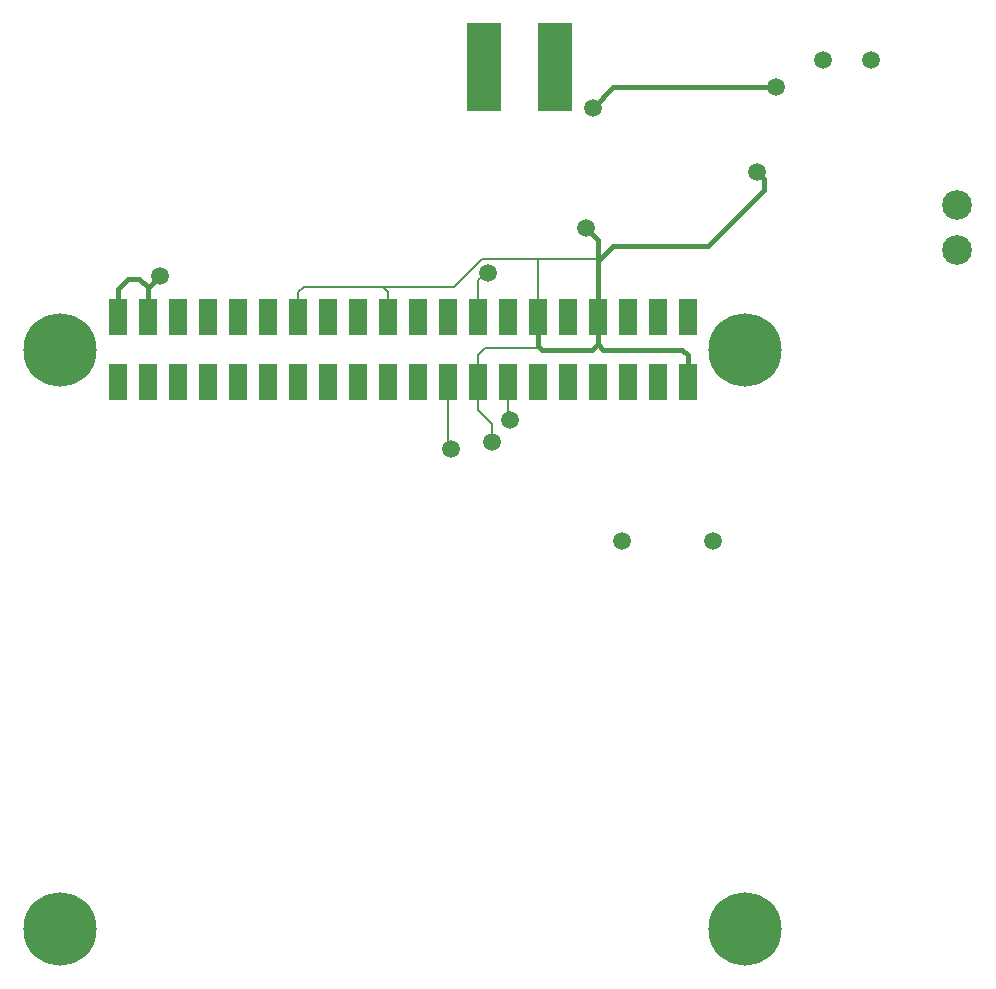
<source format=gbl>
G04 project-name*
%FSLAX35Y35*%
%MOMM*%
G04 P.L1.1(1)*
%LPD*%
%ADD10R,3X7.5*%
D10*
X3963301Y18789891D02*
D03*

G04 P.L1.2(2)*
%LPD*%
D10*
X4563302Y18789891D02*
D03*

G04 cn2.GND(1)*
%LPD*%
%ADD11C,2.52*%
D11*
X7970945Y17623353D02*
D03*

G04 cn2.Vin(2)*
%LPD*%
D11*
X7970945Y17242353D02*
D03*

G04 undefined.(undefined)*
%LPD*%
%ADD12C,1.5*%
D12*
X4828637Y17428871D02*
D03*

%ADD13C,0.4*%
%LPD*%
D13*
X4928955Y16665542D02*
G01*
X4928955Y17328552D01*
X4828637Y17428871D01*
G04 undefined.(undefined)*
%LPD*%
D12*
X6275902Y17902415D02*
D03*


%LPD*%
D13*
X4928955Y16665542D02*
G01*
X4928955Y17153424D01*
X5057111Y17281579D01*
X5862243Y17281579D01*
X6335267Y17754604D01*
X6335267Y17843049D01*
X6275902Y17902415D01*
G04 undefined.(undefined)*
%LPD*%
D12*
X1219678Y17021682D02*
D03*


%LPD*%
D13*
X1118955Y16665542D02*
G01*
X1118955Y16920959D01*
X1219678Y17021682D01*

%LPD*%
D13*
X4420955Y16665542D02*
G01*
X4420955Y16432415D01*
X4454959Y16398412D01*
X4878246Y16398412D01*
X4928955Y16449121D01*
X4928955Y16665542D01*

%LPD*%
D13*
X864955Y16665542D02*
G01*
X864955Y16913194D01*
X954541Y17002780D01*
X1047413Y17002780D01*
X1118955Y16931237D01*
X1118955Y16665542D01*
G04 undefined.(undefined)*
%LPD*%
D12*
X6440756Y18623119D02*
D03*

G04 undefined.(undefined)*
%LPD*%
D12*
X4885056Y18450042D02*
D03*


%LPD*%
D13*
X6440756Y18623119D02*
G01*
X5058132Y18623119D01*
X4885056Y18450042D01*

%LPD*%
D13*
X5690955Y16135542D02*
G01*
X5690955Y16353408D01*
X5644688Y16399676D01*
X4974763Y16399676D01*
X4928955Y16445484D01*
X4928955Y16665542D01*
G04 undefined.(undefined)*
%LPD*%
D12*
X4186715Y15807812D02*
D03*

%ADD14C,0.2*%
%LPD*%
D14*
X4186715Y15807812D02*
G01*
X4186715Y15860364D01*
X4166955Y15880124D01*
X4166955Y16135542D01*
G04 undefined.(undefined)*
%LPD*%
D12*
X3996034Y17045917D02*
D03*


%LPD*%
D14*
X3996034Y17045917D02*
G01*
X3912955Y16987663D01*
X3912955Y16665542D01*

%LPD*%
D14*
X2388955Y16675542D02*
G01*
X2388955Y16885249D01*
X2438090Y16934384D01*
X3108092Y16934384D01*
X3150955Y16891521D01*
X3150955Y16675542D01*

%LPD*%
D14*
X3108092Y16934384D02*
G01*
X3709130Y16934384D01*
X3945505Y17170759D01*
X4920805Y17170759D01*
X4931685Y17159879D01*

%LPD*%
D14*
X4420955Y16675542D02*
G01*
X4420955Y17170808D01*
X4419081Y17172682D01*

%LPD*%
D14*
X3912955Y16125542D02*
G01*
X3912955Y16353960D01*
X3971900Y16412905D01*
X4451261Y16412905D01*
X4465588Y16398578D01*
G04 undefined.(undefined)*
%LPD*%
D12*
X4030561Y15617759D02*
D03*


%LPD*%
D14*
X4030561Y15617759D02*
G01*
X4030561Y15770223D01*
X3912955Y15887829D01*
X3912955Y16125542D01*
G04 undefined.(undefined)*
%LPD*%
D12*
X3687946Y15556985D02*
D03*


%LPD*%
D14*
X3658955Y16125542D02*
G01*
X3658955Y15585975D01*
X3687946Y15556985D01*
G04 beep.b.c(1)*
%LPD*%
D12*
X5136988Y14780092D02*
D03*

G04 beep.b.a(2)*
%LPD*%
D12*
X5906988Y14780092D02*
D03*

G04 rpi.3v3(1)*
%LPD*%
%ADD15R,1.5X3.1*%
D15*
X864955Y16125542D02*
D03*

G04 rpi.2(3)*
%LPD*%
D15*
X1118955Y16125542D02*
D03*

G04 rpi.3(5)*
%LPD*%
D15*
X1372955Y16125542D02*
D03*

G04 rpi.4(7)*
%LPD*%
D15*
X1626955Y16125542D02*
D03*

G04 rpi.gnd1(9)*
%LPD*%
D15*
X1880955Y16125542D02*
D03*

G04 rpi.17(11)*
%LPD*%
D15*
X2134955Y16125542D02*
D03*

G04 rpi.27(13)*
%LPD*%
D15*
X2388955Y16125542D02*
D03*

G04 rpi.22(15)*
%LPD*%
D15*
X2642955Y16125542D02*
D03*

G04 rpi.3v3(17)*
%LPD*%
D15*
X2896955Y16125542D02*
D03*

G04 rpi.10(19)*
%LPD*%
D15*
X3150955Y16125542D02*
D03*

G04 rpi.9(21)*
%LPD*%
D15*
X3404955Y16125542D02*
D03*

G04 rpi.11(23)*
%LPD*%
D15*
X3658955Y16125542D02*
D03*

G04 rpi.gnd2(25)*
%LPD*%
D15*
X3912955Y16125542D02*
D03*

G04 rpi.0(27)*
%LPD*%
D15*
X4166955Y16125542D02*
D03*

G04 rpi.5(29)*
%LPD*%
D15*
X4420955Y16125542D02*
D03*

G04 rpi.6(31)*
%LPD*%
D15*
X4674955Y16125542D02*
D03*

G04 rpi.13(33)*
%LPD*%
D15*
X4928955Y16125542D02*
D03*

G04 rpi.19(35)*
%LPD*%
D15*
X5182955Y16125542D02*
D03*

G04 rpi.26(37)*
%LPD*%
D15*
X5436955Y16125542D02*
D03*

G04 rpi.gnd3(39)*
%LPD*%
D15*
X5690955Y16125542D02*
D03*

G04 rpi.5v(2)*
%LPD*%
D15*
X864955Y16675542D02*
D03*

G04 rpi.5v(4)*
%LPD*%
D15*
X1118955Y16675542D02*
D03*

G04 rpi.gnd4(6)*
%LPD*%
D15*
X1372955Y16675542D02*
D03*

G04 rpi.14(8)*
%LPD*%
D15*
X1626955Y16675542D02*
D03*

G04 rpi.15(10)*
%LPD*%
D15*
X1880955Y16675542D02*
D03*

G04 rpi.18(12)*
%LPD*%
D15*
X2134955Y16675542D02*
D03*

G04 rpi.gnd5(14)*
%LPD*%
D15*
X2388955Y16675542D02*
D03*

G04 rpi.23(16)*
%LPD*%
D15*
X2642955Y16675542D02*
D03*

G04 rpi.24(18)*
%LPD*%
D15*
X2896955Y16675542D02*
D03*

G04 rpi.gnd6(20)*
%LPD*%
D15*
X3150955Y16675542D02*
D03*

G04 rpi.25(22)*
%LPD*%
D15*
X3404955Y16675542D02*
D03*

G04 rpi.8(24)*
%LPD*%
D15*
X3658955Y16675542D02*
D03*

G04 rpi.7(26)*
%LPD*%
D15*
X3912955Y16675542D02*
D03*

G04 rpi.1(28)*
%LPD*%
D15*
X4166955Y16675542D02*
D03*

G04 rpi.gnd7(30)*
%LPD*%
D15*
X4420955Y16675542D02*
D03*

G04 rpi.12(32)*
%LPD*%
D15*
X4674955Y16675542D02*
D03*

G04 rpi.gnd8(34)*
%LPD*%
D15*
X4928955Y16675542D02*
D03*

G04 rpi.16(36)*
%LPD*%
D15*
X5182955Y16675542D02*
D03*

G04 rpi.20(38)*
%LPD*%
D15*
X5436955Y16675542D02*
D03*

G04 rpi.21(40)*
%LPD*%
D15*
X5690955Y16675542D02*
D03*

G04 __1.M3(1)*
%LPD*%
%ADD16C,6.2*%
D16*
X377955Y16397353D02*
D03*

G04 __2.M3(1)*
%LPD*%
D16*
X6177955Y16397353D02*
D03*

G04 __3.M3(1)*
%LPD*%
D16*
X377955Y11497353D02*
D03*

G04 __4.M3(1)*
%LPD*%
D16*
X6177955Y11497353D02*
D03*

G04 P.C10.c(1)*
%LPD*%
D12*
X7239362Y18854316D02*
D03*

G04 P.C10.a(2)*
%LPD*%
D12*
X6839362Y18854316D02*
D03*

G04 P.C10.c(1)*
%LPD*%
D12*
X7239362Y18854316D02*
D03*

G04 P.C10.a(2)*
%LPD*%
D12*
X6839362Y18854316D02*
D03*

M02*
</source>
